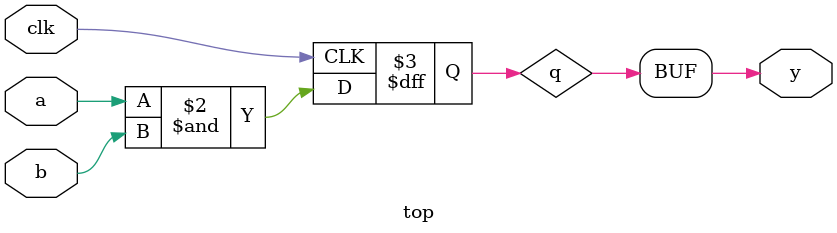
<source format=v>
module top(input a,b,clk,output y); reg q; always @(posedge clk) q<=a&b; assign y=q; endmodule

</source>
